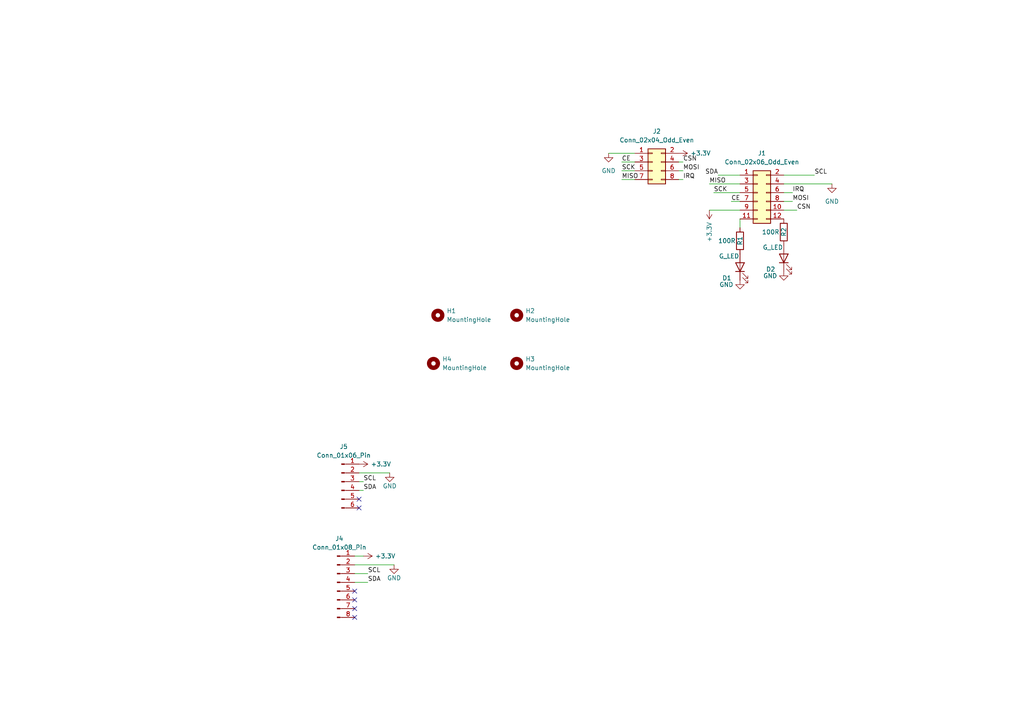
<source format=kicad_sch>
(kicad_sch (version 20230121) (generator eeschema)
  (paper "A4")
  (lib_symbols
    (symbol "+3.3V_1" (power) (pin_names (offset 0))
      (property "Value" "+3.3V_1" (at 0 3.556 0))
      (symbol "+3.3V_1_0_1"
        (polyline (pts (xy -0.762 1.27) (xy 0 2.54)))
        (polyline (pts (xy 0 0) (xy 0 2.54)))
        (polyline (pts (xy 0 2.54) (xy 0.762 1.27)))
      )
      (symbol "+3.3V_1_1_1"
        (pin power_in line (at 0 0 90) (length 0) hide (name "+3.3V") (number "1"))
      )
    )
    (symbol "Connector:Conn_01x06_Pin" (pin_names (offset 1.016) hide)
      (property "Reference" "J" (at 0 7.62 0))
      (property "Value" "Conn_01x06_Pin" (at 0 -10.16 0))
      (symbol "Conn_01x06_Pin_1_1"
        (polyline (pts (xy 1.27 -7.62) (xy 0.8636 -7.62)) (stroke (width 0.1524)))
        (polyline (pts (xy 1.27 -5.08) (xy 0.8636 -5.08)) (stroke (width 0.1524)))
        (polyline (pts (xy 1.27 -2.54) (xy 0.8636 -2.54)) (stroke (width 0.1524)))
        (polyline (pts (xy 1.27 0) (xy 0.8636 0)) (stroke (width 0.1524)))
        (polyline (pts (xy 1.27 2.54) (xy 0.8636 2.54)) (stroke (width 0.1524)))
        (polyline (pts (xy 1.27 5.08) (xy 0.8636 5.08)) (stroke (width 0.1524)))
        (rectangle (start 0.8636 -7.493) (end 0 -7.747) (stroke (width 0.1524)) (fill (type outline)))
        (rectangle (start 0.8636 -4.953) (end 0 -5.207) (stroke (width 0.1524)) (fill (type outline)))
        (rectangle (start 0.8636 -2.413) (end 0 -2.667) (stroke (width 0.1524)) (fill (type outline)))
        (rectangle (start 0.8636 0.127) (end 0 -0.127) (stroke (width 0.1524)) (fill (type outline)))
        (rectangle (start 0.8636 2.667) (end 0 2.413) (stroke (width 0.1524)) (fill (type outline)))
        (rectangle (start 0.8636 5.207) (end 0 4.953) (stroke (width 0.1524)) (fill (type outline)))
        (pin passive line (at 5.08 5.08 180) (length 3.81) (name "Pin_1") (number "1"))
        (pin passive line (at 5.08 2.54 180) (length 3.81) (name "Pin_2") (number "2"))
        (pin passive line (at 5.08 0 180) (length 3.81) (name "Pin_3") (number "3"))
        (pin passive line (at 5.08 -2.54 180) (length 3.81) (name "Pin_4") (number "4"))
        (pin passive line (at 5.08 -5.08 180) (length 3.81) (name "Pin_5") (number "5"))
        (pin passive line (at 5.08 -7.62 180) (length 3.81) (name "Pin_6") (number "6"))
      )
    )
    (symbol "Connector:Conn_01x08_Pin" (pin_names (offset 1.016) hide)
      (property "Reference" "J" (at 0 10.16 0))
      (property "Value" "Conn_01x08_Pin" (at 0 -12.7 0))
      (symbol "Conn_01x08_Pin_1_1"
        (polyline (pts (xy 1.27 -10.16) (xy 0.8636 -10.16)) (stroke (width 0.1524)))
        (polyline (pts (xy 1.27 -7.62) (xy 0.8636 -7.62)) (stroke (width 0.1524)))
        (polyline (pts (xy 1.27 -5.08) (xy 0.8636 -5.08)) (stroke (width 0.1524)))
        (polyline (pts (xy 1.27 -2.54) (xy 0.8636 -2.54)) (stroke (width 0.1524)))
        (polyline (pts (xy 1.27 0) (xy 0.8636 0)) (stroke (width 0.1524)))
        (polyline (pts (xy 1.27 2.54) (xy 0.8636 2.54)) (stroke (width 0.1524)))
        (polyline (pts (xy 1.27 5.08) (xy 0.8636 5.08)) (stroke (width 0.1524)))
        (polyline (pts (xy 1.27 7.62) (xy 0.8636 7.62)) (stroke (width 0.1524)))
        (rectangle (start 0.8636 -10.033) (end 0 -10.287) (stroke (width 0.1524)) (fill (type outline)))
        (rectangle (start 0.8636 -7.493) (end 0 -7.747) (stroke (width 0.1524)) (fill (type outline)))
        (rectangle (start 0.8636 -4.953) (end 0 -5.207) (stroke (width 0.1524)) (fill (type outline)))
        (rectangle (start 0.8636 -2.413) (end 0 -2.667) (stroke (width 0.1524)) (fill (type outline)))
        (rectangle (start 0.8636 0.127) (end 0 -0.127) (stroke (width 0.1524)) (fill (type outline)))
        (rectangle (start 0.8636 2.667) (end 0 2.413) (stroke (width 0.1524)) (fill (type outline)))
        (rectangle (start 0.8636 5.207) (end 0 4.953) (stroke (width 0.1524)) (fill (type outline)))
        (rectangle (start 0.8636 7.747) (end 0 7.493) (stroke (width 0.1524)) (fill (type outline)))
        (pin passive line (at 5.08 7.62 180) (length 3.81) (name "Pin_1") (number "1"))
        (pin passive line (at 5.08 5.08 180) (length 3.81) (name "Pin_2") (number "2"))
        (pin passive line (at 5.08 2.54 180) (length 3.81) (name "Pin_3") (number "3"))
        (pin passive line (at 5.08 0 180) (length 3.81) (name "Pin_4") (number "4"))
        (pin passive line (at 5.08 -2.54 180) (length 3.81) (name "Pin_5") (number "5"))
        (pin passive line (at 5.08 -5.08 180) (length 3.81) (name "Pin_6") (number "6"))
        (pin passive line (at 5.08 -7.62 180) (length 3.81) (name "Pin_7") (number "7"))
        (pin passive line (at 5.08 -10.16 180) (length 3.81) (name "Pin_8") (number "8"))
      )
    )
    (symbol "Connector_Generic:Conn_02x04_Odd_Even" (pin_names (offset 1.016) hide)
      (property "Reference" "J" (at 1.27 5.08 0))
      (property "Value" "Conn_02x04_Odd_Even" (at 1.27 -7.62 0))
      (symbol "Conn_02x04_Odd_Even_1_1"
        (rectangle (start -1.27 -4.953) (end 0 -5.207) (stroke (width 0.1524)))
        (rectangle (start -1.27 -2.413) (end 0 -2.667) (stroke (width 0.1524)))
        (rectangle (start -1.27 0.127) (end 0 -0.127) (stroke (width 0.1524)))
        (rectangle (start -1.27 2.667) (end 0 2.413) (stroke (width 0.1524)))
        (rectangle (start -1.27 3.81) (end 3.81 -6.35) (stroke (width 0.254)) (fill (type background)))
        (rectangle (start 3.81 -4.953) (end 2.54 -5.207) (stroke (width 0.1524)))
        (rectangle (start 3.81 -2.413) (end 2.54 -2.667) (stroke (width 0.1524)))
        (rectangle (start 3.81 0.127) (end 2.54 -0.127) (stroke (width 0.1524)))
        (rectangle (start 3.81 2.667) (end 2.54 2.413) (stroke (width 0.1524)))
        (pin passive line (at -5.08 2.54 0) (length 3.81) (name "Pin_1") (number "1"))
        (pin passive line (at 7.62 2.54 180) (length 3.81) (name "Pin_2") (number "2"))
        (pin passive line (at -5.08 0 0) (length 3.81) (name "Pin_3") (number "3"))
        (pin passive line (at 7.62 0 180) (length 3.81) (name "Pin_4") (number "4"))
        (pin passive line (at -5.08 -2.54 0) (length 3.81) (name "Pin_5") (number "5"))
        (pin passive line (at 7.62 -2.54 180) (length 3.81) (name "Pin_6") (number "6"))
        (pin passive line (at -5.08 -5.08 0) (length 3.81) (name "Pin_7") (number "7"))
        (pin passive line (at 7.62 -5.08 180) (length 3.81) (name "Pin_8") (number "8"))
      )
    )
    (symbol "Connector_Generic:Conn_02x06_Odd_Even" (pin_names (offset 1.016) hide)
      (property "Reference" "J" (at 1.27 7.62 0))
      (property "Value" "Conn_02x06_Odd_Even" (at 1.27 -10.16 0))
      (symbol "Conn_02x06_Odd_Even_1_1"
        (rectangle (start -1.27 -7.493) (end 0 -7.747) (stroke (width 0.1524)))
        (rectangle (start -1.27 -4.953) (end 0 -5.207) (stroke (width 0.1524)))
        (rectangle (start -1.27 -2.413) (end 0 -2.667) (stroke (width 0.1524)))
        (rectangle (start -1.27 0.127) (end 0 -0.127) (stroke (width 0.1524)))
        (rectangle (start -1.27 2.667) (end 0 2.413) (stroke (width 0.1524)))
        (rectangle (start -1.27 5.207) (end 0 4.953) (stroke (width 0.1524)))
        (rectangle (start -1.27 6.35) (end 3.81 -8.89) (stroke (width 0.254)) (fill (type background)))
        (rectangle (start 3.81 -7.493) (end 2.54 -7.747) (stroke (width 0.1524)))
        (rectangle (start 3.81 -4.953) (end 2.54 -5.207) (stroke (width 0.1524)))
        (rectangle (start 3.81 -2.413) (end 2.54 -2.667) (stroke (width 0.1524)))
        (rectangle (start 3.81 0.127) (end 2.54 -0.127) (stroke (width 0.1524)))
        (rectangle (start 3.81 2.667) (end 2.54 2.413) (stroke (width 0.1524)))
        (rectangle (start 3.81 5.207) (end 2.54 4.953) (stroke (width 0.1524)))
        (pin passive line (at -5.08 5.08 0) (length 3.81) (name "Pin_1") (number "1"))
        (pin passive line (at 7.62 -5.08 180) (length 3.81) (name "Pin_10") (number "10"))
        (pin passive line (at -5.08 -7.62 0) (length 3.81) (name "Pin_11") (number "11"))
        (pin passive line (at 7.62 -7.62 180) (length 3.81) (name "Pin_12") (number "12"))
        (pin passive line (at 7.62 5.08 180) (length 3.81) (name "Pin_2") (number "2"))
        (pin passive line (at -5.08 2.54 0) (length 3.81) (name "Pin_3") (number "3"))
        (pin passive line (at 7.62 2.54 180) (length 3.81) (name "Pin_4") (number "4"))
        (pin passive line (at -5.08 0 0) (length 3.81) (name "Pin_5") (number "5"))
        (pin passive line (at 7.62 0 180) (length 3.81) (name "Pin_6") (number "6"))
        (pin passive line (at -5.08 -2.54 0) (length 3.81) (name "Pin_7") (number "7"))
        (pin passive line (at 7.62 -2.54 180) (length 3.81) (name "Pin_8") (number "8"))
        (pin passive line (at -5.08 -5.08 0) (length 3.81) (name "Pin_9") (number "9"))
      )
    )
    (symbol "Device:LED" (pin_numbers hide) (pin_names (offset 1.016) hide)
      (property "Reference" "D" (at 0 2.54 0))
      (property "Value" "LED" (at 0 -2.54 0))
      (symbol "LED_0_1"
        (polyline (pts (xy -1.27 -1.27) (xy -1.27 1.27)) (stroke (width 0.254)))
        (polyline (pts (xy -1.27 0) (xy 1.27 0)))
        (polyline (pts (xy 1.27 -1.27) (xy 1.27 1.27) (xy -1.27 0) (xy 1.27 -1.27)) (stroke (width 0.254)))
        (polyline (pts (xy -3.048 -0.762) (xy -4.572 -2.286) (xy -3.81 -2.286) (xy -4.572 -2.286) (xy -4.572 -1.524)))
        (polyline (pts (xy -1.778 -0.762) (xy -3.302 -2.286) (xy -2.54 -2.286) (xy -3.302 -2.286) (xy -3.302 -1.524)))
      )
      (symbol "LED_1_1"
        (pin passive line (at -3.81 0 0) (length 2.54) (name "K") (number "1"))
        (pin passive line (at 3.81 0 180) (length 2.54) (name "A") (number "2"))
      )
    )
    (symbol "Device:R" (pin_numbers hide) (pin_names (offset 0))
      (property "Reference" "R" (at 2.032 0 90))
      (property "Value" "R" (at 0 0 90))
      (symbol "R_0_1"
        (rectangle (start -1.016 -2.54) (end 1.016 2.54) (stroke (width 0.254)))
      )
      (symbol "R_1_1"
        (pin passive line (at 0 3.81 270) (length 1.27) (name "~") (number "1"))
        (pin passive line (at 0 -3.81 90) (length 1.27) (name "~") (number "2"))
      )
    )
    (symbol "Mechanical:MountingHole" (pin_names (offset 1.016))
      (property "Reference" "H" (at 0 5.08 0))
      (property "Value" "MountingHole" (at 0 3.175 0))
      (symbol "MountingHole_0_1"
        (circle (center 0 0) (radius 1.27) (stroke (width 1.27)))
      )
    )
    (symbol "power:GND" (power) (pin_names (offset 0))
      (property "Value" "GND" (at 0 -3.81 0))
      (symbol "GND_0_1"
        (polyline (pts (xy 0 0) (xy 0 -1.27) (xy 1.27 -1.27) (xy 0 -2.54) (xy -1.27 -1.27) (xy 0 -1.27)))
      )
      (symbol "GND_1_1"
        (pin power_in line (at 0 0 270) (length 0) hide (name "GND") (number "1"))
      )
    )
  )
  (no_connect (at 102.87 173.99))
  (no_connect (at 102.87 171.45))
  (no_connect (at 104.14 144.78))
  (no_connect (at 102.87 176.53))
  (no_connect (at 102.87 179.07))
  (no_connect (at 104.14 147.32))
  (wire (pts (xy 180.34 49.53) (xy 184.15 49.53)))
  (wire (pts (xy 102.87 161.29) (xy 105.41 161.29)))
  (wire (pts (xy 208.28 50.8) (xy 214.63 50.8)))
  (wire (pts (xy 227.33 55.88) (xy 229.87 55.88)))
  (wire (pts (xy 180.34 46.99) (xy 184.15 46.99)))
  (wire (pts (xy 227.33 53.34) (xy 241.3 53.34)))
  (wire (pts (xy 104.14 142.24) (xy 105.41 142.24)))
  (wire (pts (xy 104.14 139.7) (xy 105.41 139.7)))
  (wire (pts (xy 196.85 52.07) (xy 198.12 52.07)))
  (wire (pts (xy 227.33 58.42) (xy 229.87 58.42)))
  (wire (pts (xy 104.14 137.16) (xy 113.03 137.16)))
  (wire (pts (xy 207.01 55.88) (xy 214.63 55.88)))
  (wire (pts (xy 231.14 60.96) (xy 227.33 60.96)))
  (wire (pts (xy 205.74 53.34) (xy 214.63 53.34)))
  (wire (pts (xy 196.85 46.99) (xy 198.12 46.99)))
  (wire (pts (xy 102.87 166.37) (xy 106.68 166.37)))
  (wire (pts (xy 176.53 44.45) (xy 184.15 44.45)))
  (wire (pts (xy 196.85 49.53) (xy 198.12 49.53)))
  (wire (pts (xy 214.63 63.5) (xy 214.63 66.04)))
  (wire (pts (xy 102.87 168.91) (xy 106.68 168.91)))
  (wire (pts (xy 205.74 60.96) (xy 214.63 60.96)))
  (wire (pts (xy 102.87 163.83) (xy 114.3 163.83)))
  (wire (pts (xy 212.09 58.42) (xy 214.63 58.42)))
  (wire (pts (xy 180.34 52.07) (xy 184.15 52.07)))
  (wire (pts (xy 227.33 50.8) (xy 236.22 50.8)))
  (label "MISO" (at 180.34 52.07 0))
  (label "IRQ" (at 198.12 52.07 0))
  (label "SDA" (at 105.41 142.24 0))
  (label "MOSI" (at 229.87 58.42 0))
  (label "SCL" (at 236.22 50.8 0))
  (label "SDA" (at 208.28 50.8 180))
  (label "IRQ" (at 229.87 55.88 0))
  (label "SDA" (at 106.68 168.91 0))
  (label "CE" (at 212.09 58.42 0))
  (label "SCK" (at 207.01 55.88 0))
  (label "CE" (at 180.34 46.99 0))
  (label "SCL" (at 105.41 139.7 0))
  (label "MOSI" (at 198.12 49.53 0))
  (label "MISO" (at 205.74 53.34 0))
  (label "SCK" (at 180.34 49.53 0))
  (label "SCL" (at 106.68 166.37 0))
  (label "CSN" (at 198.12 46.99 0))
  (label "CSN" (at 231.14 60.96 0))
  (symbol (lib_name "+3.3V_1") (lib_id "power:+3.3V") (at 205.74 60.96 180) (unit 1)
    (property "Reference" "#PWR01" (effects hide))
    (property "Value" "+3.3V" (at 205.74 67.31 90))
  )
  (symbol (lib_id "power:GND") (at 114.3 163.83 0) (unit 1)
    (property "Reference" "#PWR04" (effects hide))
    (property "Value" "GND" (at 114.3 167.64 0))
  )
  (symbol (lib_id "power:GND") (at 227.33 78.74 0) (unit 1)
    (property "Reference" "#PWR09" (effects hide))
    (property "Value" "GND" (at 225.425 80.01 0) (effects (justify right)))
  )
  (symbol (lib_id "Mechanical:MountingHole") (at 127 91.44 0) (unit 1)
    (property "Reference" "H1" (at 129.54 90.17 0) (effects (justify left)))
    (property "Value" "MountingHole" (at 129.54 92.71 0) (effects (justify left)))
    (property "Footprint" "MountingHole:MountingHole_3.2mm_M3" (effects hide))
  )
  (symbol (lib_id "power:GND") (at 214.63 81.28 0) (unit 1)
    (property "Reference" "#PWR08" (effects hide))
    (property "Value" "GND" (at 212.725 82.55 0) (effects (justify right)))
  )
  (symbol (lib_id "Connector:Conn_01x06_Pin") (at 99.06 139.7 0) (unit 1)
    (property "Reference" "J5" (at 99.695 129.54 0))
    (property "Value" "Conn_01x06_Pin" (at 99.695 132.08 0))
    (property "Footprint" "Connector_PinSocket_2.54mm:PinSocket_1x06_P2.54mm_Vertical" (effects hide))
  )
  (symbol (lib_id "Mechanical:MountingHole") (at 125.73 105.41 0) (unit 1)
    (property "Reference" "H4" (at 128.27 104.14 0) (effects (justify left)))
    (property "Value" "MountingHole" (at 128.27 106.68 0) (effects (justify left)))
    (property "Footprint" "MountingHole:MountingHole_3.2mm_M3" (effects hide))
  )
  (symbol (lib_id "power:GND") (at 241.3 53.34 0) (unit 1)
    (property "Reference" "#PWR02" (effects hide))
    (property "Value" "GND" (at 241.3 58.42 0))
  )
  (symbol (lib_id "Connector_Generic:Conn_02x06_Odd_Even") (at 219.71 55.88 0) (unit 1)
    (property "Reference" "J1" (at 220.98 44.45 0))
    (property "Value" "Conn_02x06_Odd_Even" (at 220.98 46.99 0))
    (property "Footprint" "Connector_IDC:IDC-Header_2x06_P2.54mm_Horizontal" (effects hide))
  )
  (symbol (lib_name "+3.3V_1") (lib_id "power:+3.3V") (at 105.41 161.29 270) (unit 1)
    (property "Reference" "#PWR03" (effects hide))
    (property "Value" "+3.3V" (at 111.76 161.29 90))
  )
  (symbol (lib_id "Connector_Generic:Conn_02x04_Odd_Even") (at 189.23 46.99 0) (unit 1)
    (property "Reference" "J2" (at 190.5 38.1 0))
    (property "Value" "Conn_02x04_Odd_Even" (at 190.5 40.64 0))
    (property "Footprint" "Connector_PinHeader_2.54mm:PinHeader_2x04_P2.54mm_Vertical" (effects hide))
  )
  (symbol (lib_id "power:GND") (at 113.03 137.16 0) (unit 1)
    (property "Reference" "#PWR06" (effects hide))
    (property "Value" "GND" (at 113.03 140.97 0))
  )
  (symbol (lib_id "Device:LED") (at 227.33 74.93 90) (unit 1)
    (property "Reference" "D2" (at 223.52 78.105 90))
    (property "Value" "G_LED" (at 224.155 71.755 90))
    (property "Footprint" "LED_SMD:LED_0603_1608Metric" (effects hide))
  )
  (symbol (lib_name "+3.3V_1") (lib_id "power:+3.3V") (at 196.85 44.45 270) (unit 1)
    (property "Reference" "#PWR010" (effects hide))
    (property "Value" "+3.3V" (at 203.2 44.45 90))
  )
  (symbol (lib_id "power:GND") (at 176.53 44.45 0) (unit 1)
    (property "Reference" "#PWR07" (effects hide))
    (property "Value" "GND" (at 176.53 49.53 0))
  )
  (symbol (lib_id "Device:R") (at 214.63 69.85 0) (unit 1)
    (property "Reference" "R1" (at 214.63 69.85 90))
    (property "Value" "100R" (at 210.82 69.85 0))
    (property "Footprint" "Resistor_SMD:R_0603_1608Metric" (effects hide))
  )
  (symbol (lib_id "Device:LED") (at 214.63 77.47 90) (unit 1)
    (property "Reference" "D1" (at 210.82 80.645 90))
    (property "Value" "G_LED" (at 211.455 74.295 90))
    (property "Footprint" "LED_SMD:LED_0603_1608Metric" (effects hide))
  )
  (symbol (lib_id "Device:R") (at 227.33 67.31 0) (unit 1)
    (property "Reference" "R2" (at 227.33 67.31 90))
    (property "Value" "100R" (at 223.52 67.31 0))
    (property "Footprint" "Resistor_SMD:R_0603_1608Metric" (effects hide))
  )
  (symbol (lib_id "Mechanical:MountingHole") (at 149.86 105.41 0) (unit 1)
    (property "Reference" "H3" (at 152.4 104.14 0) (effects (justify left)))
    (property "Value" "MountingHole" (at 152.4 106.68 0) (effects (justify left)))
    (property "Footprint" "MountingHole:MountingHole_3.2mm_M3" (effects hide))
  )
  (symbol (lib_id "Mechanical:MountingHole") (at 149.86 91.44 0) (unit 1)
    (property "Reference" "H2" (at 152.4 90.17 0) (effects (justify left)))
    (property "Value" "MountingHole" (at 152.4 92.71 0) (effects (justify left)))
    (property "Footprint" "MountingHole:MountingHole_3.2mm_M3" (effects hide))
  )
  (symbol (lib_name "+3.3V_1") (lib_id "power:+3.3V") (at 104.14 134.62 270) (unit 1)
    (property "Reference" "#PWR05" (effects hide))
    (property "Value" "+3.3V" (at 110.49 134.62 90))
  )
  (symbol (lib_id "Connector:Conn_01x08_Pin") (at 97.79 168.91 0) (unit 1)
    (property "Reference" "J4" (at 98.425 156.21 0))
    (property "Value" "Conn_01x08_Pin" (at 98.425 158.75 0))
    (property "Footprint" "Connector_PinSocket_2.54mm:PinSocket_1x08_P2.54mm_Vertical" (effects hide))
  )
)
</source>
